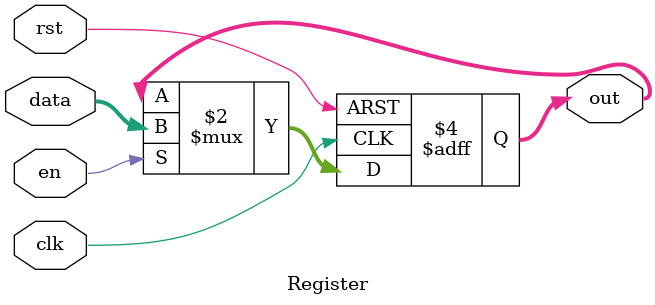
<source format=sv>
module Register(input logic [31:0]  data,input logic rst,clk,en, output logic [31:0] out);

always_ff@(posedge clk or posedge rst) begin
	if(rst) begin
		out <= 32'b0;
	end
	else begin
		if(en) out <= data;
		
	end

end
endmodule

</source>
